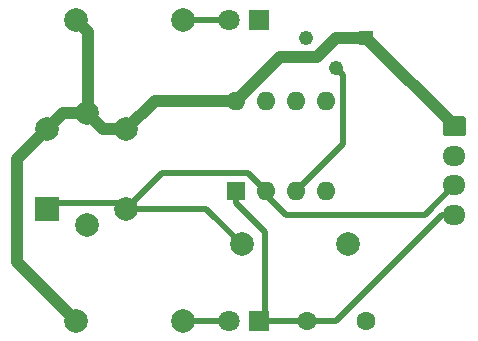
<source format=gbr>
G04 #@! TF.GenerationSoftware,KiCad,Pcbnew,(5.1.4)-1*
G04 #@! TF.CreationDate,2020-08-11T16:56:36+03:00*
G04 #@! TF.ProjectId,gas_sensor,6761735f-7365-46e7-936f-722e6b696361,rev?*
G04 #@! TF.SameCoordinates,Original*
G04 #@! TF.FileFunction,Copper,L1,Top*
G04 #@! TF.FilePolarity,Positive*
%FSLAX46Y46*%
G04 Gerber Fmt 4.6, Leading zero omitted, Abs format (unit mm)*
G04 Created by KiCad (PCBNEW (5.1.4)-1) date 2020-08-11 16:56:36*
%MOMM*%
%LPD*%
G04 APERTURE LIST*
%ADD10C,2.000000*%
%ADD11R,2.000000X2.000000*%
%ADD12O,1.600000X1.600000*%
%ADD13R,1.600000X1.600000*%
%ADD14C,1.222000*%
%ADD15R,1.222000X1.222000*%
%ADD16O,1.950000X1.700000*%
%ADD17C,0.100000*%
%ADD18C,1.700000*%
%ADD19R,1.800000X1.800000*%
%ADD20C,1.800000*%
%ADD21C,1.600000*%
%ADD22C,0.500000*%
%ADD23C,1.000000*%
G04 APERTURE END LIST*
D10*
X131500000Y-99780000D03*
X138220000Y-99780000D03*
X138220000Y-106500000D03*
D11*
X131500000Y-106500000D03*
D10*
X134860000Y-98390000D03*
X134860000Y-107890000D03*
D12*
X147500000Y-97380000D03*
X155120000Y-105000000D03*
X150040000Y-97380000D03*
X152580000Y-105000000D03*
X152580000Y-97380000D03*
X150040000Y-105000000D03*
X155120000Y-97380000D03*
D13*
X147500000Y-105000000D03*
D14*
X153460000Y-92000000D03*
X156000000Y-94540000D03*
D15*
X158540000Y-92000000D03*
D10*
X134000000Y-90500000D03*
X143000000Y-90500000D03*
X143000000Y-116000000D03*
X134000000Y-116000000D03*
X148000000Y-109500000D03*
X157000000Y-109500000D03*
D16*
X166000000Y-107000000D03*
X166000000Y-104500000D03*
X166000000Y-102000000D03*
D17*
G36*
X166749504Y-98651204D02*
G01*
X166773773Y-98654804D01*
X166797571Y-98660765D01*
X166820671Y-98669030D01*
X166842849Y-98679520D01*
X166863893Y-98692133D01*
X166883598Y-98706747D01*
X166901777Y-98723223D01*
X166918253Y-98741402D01*
X166932867Y-98761107D01*
X166945480Y-98782151D01*
X166955970Y-98804329D01*
X166964235Y-98827429D01*
X166970196Y-98851227D01*
X166973796Y-98875496D01*
X166975000Y-98900000D01*
X166975000Y-100100000D01*
X166973796Y-100124504D01*
X166970196Y-100148773D01*
X166964235Y-100172571D01*
X166955970Y-100195671D01*
X166945480Y-100217849D01*
X166932867Y-100238893D01*
X166918253Y-100258598D01*
X166901777Y-100276777D01*
X166883598Y-100293253D01*
X166863893Y-100307867D01*
X166842849Y-100320480D01*
X166820671Y-100330970D01*
X166797571Y-100339235D01*
X166773773Y-100345196D01*
X166749504Y-100348796D01*
X166725000Y-100350000D01*
X165275000Y-100350000D01*
X165250496Y-100348796D01*
X165226227Y-100345196D01*
X165202429Y-100339235D01*
X165179329Y-100330970D01*
X165157151Y-100320480D01*
X165136107Y-100307867D01*
X165116402Y-100293253D01*
X165098223Y-100276777D01*
X165081747Y-100258598D01*
X165067133Y-100238893D01*
X165054520Y-100217849D01*
X165044030Y-100195671D01*
X165035765Y-100172571D01*
X165029804Y-100148773D01*
X165026204Y-100124504D01*
X165025000Y-100100000D01*
X165025000Y-98900000D01*
X165026204Y-98875496D01*
X165029804Y-98851227D01*
X165035765Y-98827429D01*
X165044030Y-98804329D01*
X165054520Y-98782151D01*
X165067133Y-98761107D01*
X165081747Y-98741402D01*
X165098223Y-98723223D01*
X165116402Y-98706747D01*
X165136107Y-98692133D01*
X165157151Y-98679520D01*
X165179329Y-98669030D01*
X165202429Y-98660765D01*
X165226227Y-98654804D01*
X165250496Y-98651204D01*
X165275000Y-98650000D01*
X166725000Y-98650000D01*
X166749504Y-98651204D01*
X166749504Y-98651204D01*
G37*
D18*
X166000000Y-99500000D03*
D19*
X149500000Y-90500000D03*
D20*
X146960000Y-90500000D03*
X146960000Y-116000000D03*
D19*
X149500000Y-116000000D03*
D21*
X158500000Y-116000000D03*
X153500000Y-116000000D03*
D22*
X149500000Y-116000000D02*
X153500000Y-116000000D01*
X156000000Y-116000000D02*
X153500000Y-116000000D01*
X166500000Y-107000000D02*
X165000000Y-107000000D01*
X165000000Y-107000000D02*
X156000000Y-116000000D01*
X150000000Y-115500000D02*
X149500000Y-116000000D01*
X150000000Y-108500000D02*
X150000000Y-115500000D01*
X147500000Y-105000000D02*
X147500000Y-106000000D01*
X147500000Y-106000000D02*
X150000000Y-108500000D01*
X143000000Y-116000000D02*
X146960000Y-116000000D01*
X143000000Y-90500000D02*
X146960000Y-90500000D01*
X137720000Y-106000000D02*
X138220000Y-106500000D01*
X131500000Y-106500000D02*
X132000000Y-106000000D01*
X132000000Y-106000000D02*
X137720000Y-106000000D01*
X145000000Y-106500000D02*
X148000000Y-109500000D01*
X138220000Y-106500000D02*
X145000000Y-106500000D01*
X166500000Y-104500000D02*
X166000000Y-104500000D01*
X139219999Y-105500001D02*
X138220000Y-106500000D01*
X141220000Y-103500000D02*
X139219999Y-105500001D01*
X150040000Y-105000000D02*
X148540000Y-103500000D01*
X148540000Y-103500000D02*
X141220000Y-103500000D01*
X150040000Y-105290000D02*
X150040000Y-105000000D01*
X151750000Y-107000000D02*
X150040000Y-105290000D01*
X166000000Y-104500000D02*
X163500000Y-107000000D01*
X163500000Y-107000000D02*
X151750000Y-107000000D01*
D23*
X135000000Y-98250000D02*
X134860000Y-98390000D01*
X134000000Y-90500000D02*
X135000000Y-91500000D01*
X135000000Y-91500000D02*
X135000000Y-98250000D01*
X136250000Y-99780000D02*
X138220000Y-99780000D01*
X134860000Y-98390000D02*
X136250000Y-99780000D01*
X166040000Y-99500000D02*
X158540000Y-92000000D01*
X166500000Y-99500000D02*
X166040000Y-99500000D01*
X140620000Y-97380000D02*
X147500000Y-97380000D01*
X138220000Y-99780000D02*
X140620000Y-97380000D01*
X156000000Y-92000000D02*
X158540000Y-92000000D01*
X154396001Y-93603999D02*
X156000000Y-92000000D01*
X147500000Y-97380000D02*
X151276001Y-93603999D01*
X151276001Y-93603999D02*
X154396001Y-93603999D01*
X130500000Y-112500000D02*
X134000000Y-116000000D01*
X129000000Y-111000000D02*
X130500000Y-112500000D01*
X129000000Y-102280000D02*
X129000000Y-111000000D01*
X134860000Y-98390000D02*
X132890000Y-98390000D01*
X132890000Y-98390000D02*
X129000000Y-102280000D01*
D22*
X156610999Y-95150999D02*
X156000000Y-94540000D01*
X152580000Y-105000000D02*
X156610999Y-100969001D01*
X156610999Y-100969001D02*
X156610999Y-95150999D01*
M02*

</source>
